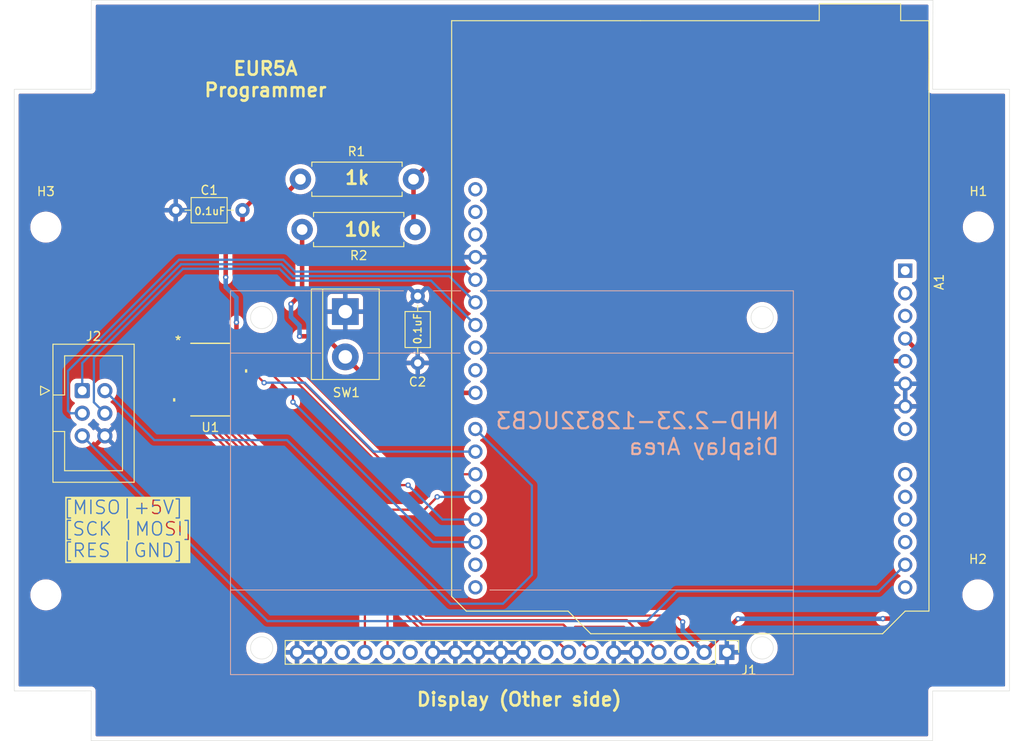
<source format=kicad_pcb>
(kicad_pcb (version 20240108) (generator "pcbnew") (generator_version "8.0")
  (layers (0 "F.Cu" signal) (31 "B.Cu" signal) (34 "B.Paste" user) (35 "F.Paste" user) (36 "B.SilkS" user "B.Silkscreen") (37 "F.SilkS" user "F.Silkscreen") (38 "B.Mask" user) (39 "F.Mask" user) (44 "Edge.Cuts" user))
  (net 0 "")
  (net 1 "GND")
  (net 4 "D{slash}C_H")
  (net 5 "START_BUTTON")
  (net 10 "SCLK_H")
  (net 12 "COMM_RST")
  (net 13 "{slash}RES_H")
  (net 14 "DUT_PWR")
  (net 15 "+5V")
  (net 16 "SPI_MISO")
  (net 17 "SDIN_H")
  (net 18 "+3.3V")
  (net 23 "{slash}CS_H")
  (net 28 "SPI_SCK")
  (net 29 "SPI_MOSI")
  (net 31 "Net-(U1-EN)")
  (net 33 "SDIN_L")
  (net 34 "SCLK_L")
  (net 35 "{slash}RES_L")
  (net 37 "{slash}CS_L")
  (net 38 "D{slash}C_L")
  (footprint "Resistor_THT:R_Axial_DIN0411_L9.9mm_D3.6mm_P12.70mm_Horizontal" (layer "F.Cu") (at 123.35 78.43 180)
    (property "Reference" "R2" (at 6.35 -2.92 180) (layer "F.SilkS"))
    (property "Value" "10k")
    (fp_line (start 11.42 1.92) (end 11.42 1.44) (stroke (width 0.12)) (layer "F.SilkS"))
    (fp_line (start 11.42 -1.92) (end 11.42 -1.44) (stroke (width 0.12)) (layer "F.SilkS"))
    (fp_line (start 1.28 1.92) (end 11.42 1.92) (stroke (width 0.12)) (layer "F.SilkS"))
    (fp_line (start 1.28 1.44) (end 1.28 1.92) (stroke (width 0.12)) (layer "F.SilkS"))
    (fp_line (start 1.28 -1.44) (end 1.28 -1.92) (stroke (width 0.12)) (layer "F.SilkS"))
    (fp_line (start 1.28 -1.92) (end 11.42 -1.92) (stroke (width 0.12)) (layer "F.SilkS"))
    (pad "1" thru_hole circle (at 0 0 180) (size 2.4 2.4) (drill 1.2) (layers "*.Cu" "*.Mask") (net 15 "+5V"))
    (pad "2" thru_hole oval (at 12.7 0 180) (size 2.4 2.4) (drill 1.2) (layers "*.Cu" "*.Mask") (net 5 "START_BUTTON"))
  )
  (footprint "TerminalBlock:TerminalBlock_bornier-2_P5.08mm" (layer "F.Cu") (at 115.5 87.65 -90)
    (property "Reference" "SW1" (at 9.089999 -0.120001 180) (layer "F.SilkS"))
    (property "Value" "Button")
    (fp_line (start -2.54 3.81) (end 7.62 3.81) (stroke (width 0.12)) (layer "F.SilkS"))
    (fp_line (start 7.62 3.81) (end 7.62 -3.81) (stroke (width 0.12)) (layer "F.SilkS"))
    (fp_line (start 7.62 2.54) (end -2.54 2.54) (stroke (width 0.12)) (layer "F.SilkS"))
    (fp_line (start -2.54 -3.81) (end -2.54 3.81) (stroke (width 0.12)) (layer "F.SilkS"))
    (fp_line (start 7.62 -3.81) (end -2.54 -3.81) (stroke (width 0.12)) (layer "F.SilkS"))
    (pad "1" thru_hole rect (at 0 0 270) (size 3 3) (drill 1.52) (layers "*.Cu" "*.Mask") (net 1 "GND"))
    (pad "2" thru_hole circle (at 5.08 0 270) (size 3 3) (drill 1.52) (layers "*.Cu" "*.Mask") (net 5 "START_BUTTON"))
  )
  (footprint "MountingHole:MountingHole_3mm" (layer "F.Cu") (at 186.533588 119.451312)
    (property "Reference" "H2" (at 0 -4 0) (layer "F.SilkS"))
    (property "Value" "MountingHole")
    (pad "" np_thru_hole circle (at 0 0) (size 3 3) (drill 3) (layers "*.Cu" "*.Mask"))
  )
  (footprint "Display_Mounting_Hole:Display_Mounting_Hole" (layer "F.Cu") (at 106.11 125.41)
    (property "Reference" "H8" (hide yes))
    (property "Value" "Display Mounting")
    (fp_circle (center 0 0) (end 0 -1.25) (stroke (width 0.05)) (fill none) (layer "Edge.Cuts"))
  )
  (footprint "Connector_PinHeader_2.54mm:PinHeader_1x20_P2.54mm_Vertical" (layer "F.Cu") (at 158.34 125.91 -90)
    (property "Reference" "J1" (at 2 -2.48 180) (layer "F.SilkS"))
    (property "Value" "NHD-2.23-12832UCB3")
    (fp_line (start -1.33 49.59) (end 1.33 49.59) (stroke (width 0.12)) (layer "F.SilkS"))
    (fp_line (start -1.33 1.27) (end -1.33 49.59) (stroke (width 0.12)) (layer "F.SilkS"))
    (fp_line (start -1.33 1.27) (end 1.33 1.27) (stroke (width 0.12)) (layer "F.SilkS"))
    (fp_line (start 1.33 1.27) (end 1.33 49.59) (stroke (width 0.12)) (layer "F.SilkS"))
    (fp_line (start -1.33 0) (end -1.33 -1.33) (stroke (width 0.12)) (layer "F.SilkS"))
    (fp_line (start -1.33 -1.33) (end 0 -1.33) (stroke (width 0.12)) (layer "F.SilkS"))
    (pad "1" thru_hole rect (at 0 0 270) (size 1.7 1.7) (drill 1) (layers "*.Cu" "*.Mask") (net 1 "GND"))
    (pad "2" thru_hole oval (at 0 2.54 270) (size 1.7 1.7) (drill 1) (layers "*.Cu" "*.Mask") (net 18 "+3.3V"))
    (pad "3" thru_hole oval (at 0 5.08 270) (size 1.7 1.7) (drill 1) (layers "*.Cu" "*.Mask"))
    (pad "4" thru_hole oval (at 0 7.62 270) (size 1.7 1.7) (drill 1) (layers "*.Cu" "*.Mask") (net 38 "D{slash}C_L"))
    (pad "5" thru_hole oval (at 0 10.16 270) (size 1.7 1.7) (drill 1) (layers "*.Cu" "*.Mask") (net 1 "GND"))
    (pad "6" thru_hole oval (at 0 12.7 270) (size 1.7 1.7) (drill 1) (layers "*.Cu" "*.Mask") (net 1 "GND"))
    (pad "7" thru_hole oval (at 0 15.24 270) (size 1.7 1.7) (drill 1) (layers "*.Cu" "*.Mask") (net 34 "SCLK_L"))
    (pad "8" thru_hole oval (at 0 17.78 270) (size 1.7 1.7) (drill 1) (layers "*.Cu" "*.Mask") (net 33 "SDIN_L"))
    (pad "9" thru_hole oval (at 0 20.32 270) (size 1.7 1.7) (drill 1) (layers "*.Cu" "*.Mask"))
    (pad "10" thru_hole oval (at 0 22.86 270) (size 1.7 1.7) (drill 1) (layers "*.Cu" "*.Mask") (net 1 "GND"))
    (pad "11" thru_hole oval (at 0 25.4 270) (size 1.7 1.7) (drill 1) (layers "*.Cu" "*.Mask") (net 1 "GND"))
    (pad "12" thru_hole oval (at 0 27.94 270) (size 1.7 1.7) (drill 1) (layers "*.Cu" "*.Mask") (net 1 "GND"))
    (pad "13" thru_hole oval (at 0 30.48 270) (size 1.7 1.7) (drill 1) (layers "*.Cu" "*.Mask") (net 1 "GND"))
    (pad "14" thru_hole oval (at 0 33.02 270) (size 1.7 1.7) (drill 1) (layers "*.Cu" "*.Mask") (net 1 "GND"))
    (pad "15" thru_hole oval (at 0 35.56 270) (size 1.7 1.7) (drill 1) (layers "*.Cu" "*.Mask"))
    (pad "16" thru_hole oval (at 0 38.1 270) (size 1.7 1.7) (drill 1) (layers "*.Cu" "*.Mask") (net 35 "{slash}RES_L"))
    (pad "17" thru_hole oval (at 0 40.64 270) (size 1.7 1.7) (drill 1) (layers "*.Cu" "*.Mask") (net 37 "{slash}CS_L"))
    (pad "18" thru_hole oval (at 0 43.18 270) (size 1.7 1.7) (drill 1) (layers "*.Cu" "*.Mask"))
    (pad "19" thru_hole oval (at 0 45.72 270) (size 1.7 1.7) (drill 1) (layers "*.Cu" "*.Mask") (net 1 "GND"))
    (pad "20" thru_hole oval (at 0 48.26 270) (size 1.7 1.7) (drill 1) (layers "*.Cu" "*.Mask") (net 1 "GND"))
  )
  (footprint "Connector_IDC:IDC-Header_2x03_P2.54mm_Vertical" (layer "F.Cu") (at 85.96 96.52)
    (property "Reference" "J2" (at 1.27 -6.1 0) (layer "F.SilkS"))
    (property "Value" "Programming Header")
    (fp_line (start -4.68 -0.5) (end -4.68 0.5) (stroke (width 0.12)) (layer "F.SilkS"))
    (fp_line (start -4.68 0.5) (end -3.68 0) (stroke (width 0.12)) (layer "F.SilkS"))
    (fp_line (start -3.68 0) (end -4.68 -0.5) (stroke (width 0.12)) (layer "F.SilkS"))
    (fp_line (start -3.29 -5.21) (end 5.83 -5.21) (stroke (width 0.12)) (layer "F.SilkS"))
    (fp_line (start -3.29 0.49) (end -1.98 0.49) (stroke (width 0.12)) (layer "F.SilkS"))
    (fp_line (start -3.29 10.29) (end -3.29 -5.21) (stroke (width 0.12)) (layer "F.SilkS"))
    (fp_line (start -1.98 -3.91) (end 4.52 -3.91) (stroke (width 0.12)) (layer "F.SilkS"))
    (fp_line (start -1.98 0.49) (end -1.98 -3.91) (stroke (width 0.12)) (layer "F.SilkS"))
    (fp_line (start -1.98 4.59) (end -3.29 4.59) (stroke (width 0.12)) (layer "F.SilkS"))
    (fp_line (start -1.98 4.59) (end -1.98 4.59) (stroke (width 0.12)) (layer "F.SilkS"))
    (fp_line (start -1.98 8.99) (end -1.98 4.59) (stroke (width 0.12)) (layer "F.SilkS"))
    (fp_line (start 4.52 -3.91) (end 4.52 8.99) (stroke (width 0.12)) (layer "F.SilkS"))
    (fp_line (start 4.52 8.99) (end -1.98 8.99) (stroke (width 0.12)) (layer "F.SilkS"))
    (fp_line (start 5.83 -5.21) (end 5.83 10.29) (stroke (width 0.12)) (layer "F.SilkS"))
    (fp_line (start 5.83 10.29) (end -3.29 10.29) (stroke (width 0.12)) (layer "F.SilkS"))
    (pad "1" thru_hole roundrect (at 0 0) (size 1.7 1.7) (drill 1) (layers "*.Cu" "*.Mask") (roundrect_rratio 0.147059) (net 16 "SPI_MISO"))
    (pad "2" thru_hole circle (at 2.54 0) (size 1.7 1.7) (drill 1) (layers "*.Cu" "*.Mask") (net 14 "DUT_PWR"))
    (pad "3" thru_hole circle (at 0 2.54) (size 1.7 1.7) (drill 1) (layers "*.Cu" "*.Mask") (net 28 "SPI_SCK"))
    (pad "4" thru_hole circle (at 2.54 2.54) (size 1.7 1.7) (drill 1) (layers "*.Cu" "*.Mask") (net 29 "SPI_MOSI"))
    (pad "5" thru_hole circle (at 0 5.08) (size 1.7 1.7) (drill 1) (layers "*.Cu" "*.Mask") (net 12 "COMM_RST"))
    (pad "6" thru_hole circle (at 2.54 5.08) (size 1.7 1.7) (drill 1) (layers "*.Cu" "*.Mask") (net 1 "GND"))
  )
  (footprint "Display_Mounting_Hole:Display_Mounting_Hole" (layer "F.Cu") (at 162.31 125.41)
    (property "Reference" "H6" (hide yes))
    (property "Value" "Display Mounting")
    (fp_circle (center 0 0) (end 0 -1.25) (stroke (width 0.05)) (fill none) (layer "Edge.Cuts"))
  )
  (footprint "Display_Mounting_Hole:Display_Mounting_Hole" (layer "F.Cu") (at 106.11 88.31)
    (property "Reference" "H7" (hide yes))
    (property "Value" "Display Mounting")
    (fp_circle (center 0 0) (end 0 -1.25) (stroke (width 0.05)) (fill none) (layer "Edge.Cuts"))
  )
  (footprint "MountingHole:MountingHole_3mm" (layer "F.Cu") (at 186.583588 78.141312)
    (property "Reference" "H1" (at 0 -4 0) (layer "F.SilkS"))
    (property "Value" "MountingHole")
    (pad "" np_thru_hole circle (at 0 0) (size 3 3) (drill 3) (layers "*.Cu" "*.Mask"))
  )
  (footprint "MountingHole:MountingHole_3mm" (layer "F.Cu") (at 81.873588 78.161312)
    (property "Reference" "H3" (at 0 -4 0) (layer "F.SilkS"))
    (property "Value" "MountingHole")
    (pad "" np_thru_hole circle (at 0 0) (size 3 3) (drill 3) (layers "*.Cu" "*.Mask"))
  )
  (footprint "Capacitor_THT:C_Axial_L3.8mm_D2.6mm_P7.50mm_Horizontal" (layer "F.Cu") (at 123.63 85.91 -90)
    (property "Reference" "C2" (at 9.63 0.02 180) (layer "F.SilkS"))
    (property "Value" "0.1uF")
    (fp_line (start 1.73 1.42) (end 5.77 1.42) (stroke (width 0.12)) (layer "F.SilkS"))
    (fp_line (start 5.77 1.42) (end 5.77 -1.42) (stroke (width 0.12)) (layer "F.SilkS"))
    (fp_line (start 1.04 0) (end 1.73 0) (stroke (width 0.12)) (layer "F.SilkS"))
    (fp_line (start 6.46 0) (end 5.77 0) (stroke (width 0.12)) (layer "F.SilkS"))
    (fp_line (start 1.73 -1.42) (end 1.73 1.42) (stroke (width 0.12)) (layer "F.SilkS"))
    (fp_line (start 5.77 -1.42) (end 1.73 -1.42) (stroke (width 0.12)) (layer "F.SilkS"))
    (pad "1" thru_hole circle (at 0 0 270) (size 1.6 1.6) (drill 0.8) (layers "*.Cu" "*.Mask") (net 1 "GND"))
    (pad "2" thru_hole oval (at 7.5 0 270) (size 1.6 1.6) (drill 0.8) (layers "*.Cu" "*.Mask") (net 1 "GND"))
  )
  (footprint "Capacitor_THT:C_Axial_L3.8mm_D2.6mm_P7.50mm_Horizontal" (layer "F.Cu") (at 103.96 76.26 180)
    (property "Reference" "C1" (at 3.75 2.25 180) (layer "F.SilkS"))
    (property "Value" "0.1uF")
    (fp_line (start 6.46 0) (end 5.77 0) (stroke (width 0.12)) (layer "F.SilkS"))
    (fp_line (start 5.77 1.42) (end 5.77 -1.42) (stroke (width 0.12)) (layer "F.SilkS"))
    (fp_line (start 5.77 -1.42) (end 1.73 -1.42) (stroke (width 0.12)) (layer "F.SilkS"))
    (fp_line (start 1.73 1.42) (end 5.77 1.42) (stroke (width 0.12)) (layer "F.SilkS"))
    (fp_line (start 1.73 -1.42) (end 1.73 1.42) (stroke (width 0.12)) (layer "F.SilkS"))
    (fp_line (start 1.04 0) (end 1.73 0) (stroke (width 0.12)) (layer "F.SilkS"))
    (pad "1" thru_hole circle (at 0 0 180) (size 1.6 1.6) (drill 0.8) (layers "*.Cu" "*.Mask") (net 31 "Net-(U1-EN)"))
    (pad "2" thru_hole oval (at 7.5 0 180) (size 1.6 1.6) (drill 0.8) (layers "*.Cu" "*.Mask") (net 1 "GND"))
  )
  (footprint "MountingHole:MountingHole_3mm" (layer "F.Cu") (at 81.873588 119.451312)
    (property "Reference" "H4" (hide yes))
    (property "Value" "MountingHole")
    (pad "" np_thru_hole circle (at 0 0) (size 3 3) (drill 3) (layers "*.Cu" "*.Mask"))
  )
  (footprint "Resistor_THT:R_Axial_DIN0411_L9.9mm_D3.6mm_P12.70mm_Horizontal" (layer "F.Cu") (at 123.16 72.78 180)
    (property "Reference" "R1" (at 6.41 3.11 180) (layer "F.SilkS"))
    (property "Value" "1k")
    (fp_line (start 11.42 1.92) (end 11.42 1.44) (stroke (width 0.12)) (layer "F.SilkS"))
    (fp_line (start 11.42 -1.92) (end 11.42 -1.44) (stroke (width 0.12)) (layer "F.SilkS"))
    (fp_line (start 1.28 1.92) (end 11.42 1.92) (stroke (width 0.12)) (layer "F.SilkS"))
    (fp_line (start 1.28 1.44) (end 1.28 1.92) (stroke (width 0.12)) (layer "F.SilkS"))
    (fp_line (start 1.28 -1.44) (end 1.28 -1.92) (stroke (width 0.12)) (layer "F.SilkS"))
    (fp_line (start 1.28 -1.92) (end 11.42 -1.92) (stroke (width 0.12)) (layer "F.SilkS"))
    (pad "1" thru_hole circle (at 0 0 180) (size 2.4 2.4) (drill 1.2) (layers "*.Cu" "*.Mask") (net 15 "+5V"))
    (pad "2" thru_hole oval (at 12.7 0 180) (size 2.4 2.4) (drill 1.2) (layers "*.Cu" "*.Mask") (net 31 "Net-(U1-EN)"))
  )
  (footprint "Display_Mounting_Hole:Display_Mounting_Hole" (layer "F.Cu") (at 162.31 88.31)
    (property "Reference" "H5" (hide yes))
    (property "Value" "Display Mounting")
    (fp_circle (center 0 0) (end 0 -1.25) (stroke (width 0.05)) (fill none) (layer "Edge.Cuts"))
  )
  (footprint "NVT2010PW,118:TSSOP24_SOT355-1_NXP" (layer "F.Cu") (at 100.32275 95.285002)
    (property "Reference" "U1" (at 0.02 5.36 0) (layer "F.SilkS"))
    (property "Value" "NVT2010PW_118")
    (fp_line (start -2.171715 4.0767) (end 2.171715 4.0767) (stroke (width 0.1524)) (layer "F.SilkS"))
    (fp_line (start 2.171715 -4.0767) (end -2.171715 -4.0767) (stroke (width 0.1524)) (layer "F.SilkS"))
    (fp_poly (pts (xy -4.1656 2.084499) (xy -4.1656 2.465499) (xy -3.9116 2.465499) (xy -3.9116 2.084499)) (fill solid) (layer "F.SilkS"))
    (fp_poly (pts (xy 4.1656 -1.165499) (xy 4.1656 -0.784499) (xy 3.9116 -0.784499) (xy 3.9116 -1.165499)) (fill solid) (layer "F.SilkS"))
    (fp_text user "*" (at -3.59725 -4.375001 0) (layer "F.SilkS"))
    (pad "1" smd rect (at -2.95275 -3.574999) (size 1.4097 0.3556) (layers "F.Cu" "F.Paste" "F.Mask") (net 1 "GND"))
    (pad "2" smd rect (at -2.95275 -2.925) (size 1.4097 0.3556) (layers "F.Cu" "F.Paste" "F.Mask") (net 18 "+3.3V"))
    (pad "3" smd rect (at -2.95275 -2.275002) (size 1.4097 0.3556) (layers "F.Cu" "F.Paste" "F.Mask") (net 38 "D{slash}C_L"))
    (pad "4" smd rect (at -2.95275 -1.625001) (size 1.4097 0.3556) (layers "F.Cu" "F.Paste" "F.Mask") (net 34 "SCLK_L"))
    (pad "5" smd rect (at -2.95275 -0.975002) (size 1.4097 0.3556) (layers "F.Cu" "F.Paste" "F.Mask") (net 33 "SDIN_L"))
    (pad "6" smd rect (at -2.95275 -0.325001) (size 1.4097 0.3556) (layers "F.Cu" "F.Paste" "F.Mask") (net 35 "{slash}RES_L"))
    (pad "7" smd rect (at -2.95275 0.324998) (size 1.4097 0.3556) (layers "F.Cu" "F.Paste" "F.Mask") (net 37 "{slash}CS_L"))
    (pad "8" smd rect (at -2.95275 0.974999) (size 1.4097 0.3556) (layers "F.Cu" "F.Paste" "F.Mask"))
    (pad "9" smd rect (at -2.95275 1.624998) (size 1.4097 0.3556) (layers "F.Cu" "F.Paste" "F.Mask"))
    (pad "10" smd rect (at -2.95275 2.274999) (size 1.4097 0.3556) (layers "F.Cu" "F.Paste" "F.Mask"))
    (pad "11" smd rect (at -2.95275 2.924998) (size 1.4097 0.3556) (layers "F.Cu" "F.Paste" "F.Mask"))
    (pad "12" smd rect (at -2.95275 3.574999) (size 1.4097 0.3556) (layers "F.Cu" "F.Paste" "F.Mask"))
    (pad "13" smd rect (at 2.95275 3.574999) (size 1.4097 0.3556) (layers "F.Cu" "F.Paste" "F.Mask"))
    (pad "14" smd rect (at 2.95275 2.925) (size 1.4097 0.3556) (layers "F.Cu" "F.Paste" "F.Mask"))
    (pad "15" smd rect (at 2.95275 2.274999) (size 1.4097 0.3556) (layers "F.Cu" "F.Paste" "F.Mask"))
    (pad "16" smd rect (at 2.95275 1.625001) (size 1.4097 0.3556) (layers "F.Cu" "F.Paste" "F.Mask"))
    (pad "17" smd rect (at 2.95275 0.974999) (size 1.4097 0.3556) (layers "F.Cu" "F.Paste" "F.Mask"))
    (pad "18" smd rect (at 2.95275 0.325001) (size 1.4097 0.3556) (layers "F.Cu" "F.Paste" "F.Mask") (net 23 "{slash}CS_H"))
    (pad "19" smd rect (at 2.95275 -0.324998) (size 1.4097 0.3556) (layers "F.Cu" "F.Paste" "F.Mask") (net 13 "{slash}RES_H"))
    (pad "20" smd rect (at 2.95275 -0.974999) (size 1.4097 0.3556) (layers "F.Cu" "F.Paste" "F.Mask") (net 17 "SDIN_H"))
    (pad "21" smd rect (at 2.95275 -1.624998) (size 1.4097 0.3556) (layers "F.Cu" "F.Paste" "F.Mask") (net 10 "SCLK_H"))
    (pad "22" smd rect (at 2.95275 -2.274999) (size 1.4097 0.3556) (layers "F.Cu" "F.Paste" "F.Mask") (net 4 "D{slash}C_H"))
    (pad "23" smd rect (at 2.95275 -2.924998) (size 1.4097 0.3556) (layers "F.Cu" "F.Paste" "F.Mask") (net 31 "Net-(U1-EN)"))
    (pad "24" smd rect (at 2.95275 -3.574999) (size 1.4097 0.3556) (layers "F.Cu" "F.Paste" "F.Mask") (net 31 "Net-(U1-EN)"))
  )
  (footprint "Module:Arduino_UNO_R3" (layer "F.Cu") (at 178.37 83.05 -90)
    (property "Reference" "A1" (at 1.27 -3.81 90) (layer "F.SilkS"))
    (property "Value" "Arduino_UNO_R3")
    (fp_line (start -28.07 50.93) (end 36.58 50.93) (stroke (width 0.12)) (layer "F.SilkS"))
    (fp_line (start 36.58 50.93) (end 38.23 49.28) (stroke (width 0.12)) (layer "F.SilkS"))
    (fp_line (start 38.23 49.28) (end 38.23 37.85) (stroke (width 0.12)) (layer "F.SilkS"))
    (fp_line (start 38.23 37.85) (end 40.77 35.31) (stroke (width 0.12)) (layer "F.SilkS"))
    (fp_line (start 40.77 35.31) (end 40.77 2.54) (stroke (width 0.12)) (layer "F.SilkS"))
    (fp_line (start -28.07 29.72) (end -28.07 50.93) (stroke (width 0.12)) (layer "F.SilkS"))
    (fp_line (start -29.97 9.65) (end -28.07 9.65) (stroke (width 0.12)) (layer "F.SilkS"))
    (fp_line (start -28.07 9.65) (end -28.07 29.72) (stroke (width 0.12)) (layer "F.SilkS"))
    (fp_line (start 40.77 2.54) (end 38.23 0) (stroke (width 0.12)) (layer "F.SilkS"))
    (fp_line (start -29.97 0.51) (end -29.97 9.65) (stroke (width 0.12)) (layer "F.SilkS"))
    (fp_line (start -28.07 0.51) (end -29.97 0.51) (stroke (width 0.12)) (layer "F.SilkS"))
    (fp_line (start 38.23 0) (end 38.23 -2.67) (stroke (width 0.12)) (layer "F.SilkS"))
    (fp_line (start -28.07 -2.67) (end -28.07 0.51) (stroke (width 0.12)) (layer "F.SilkS"))
    (fp_line (start 38.23 -2.67) (end -28.07 -2.67) (stroke (width 0.12)) (layer "F.SilkS"))
    (pad "1" thru_hole rect (at 0 0) (size 1.6 1.6) (drill 1) (layers "*.Cu" "*.Mask"))
    (pad "2" thru_hole oval (at 2.54 0) (size 1.6 1.6) (drill 1) (layers "*.Cu" "*.Mask"))
    (pad "3" thru_hole oval (at 5.08 0) (size 1.6 1.6) (drill 1) (layers "*.Cu" "*.Mask"))
    (pad "4" thru_hole oval (at 7.62 0) (size 1.6 1.6) (drill 1) (layers "*.Cu" "*.Mask") (net 18 "+3.3V"))
    (pad "5" thru_hole oval (at 10.16 0) (size 1.6 1.6) (drill 1) (layers "*.Cu" "*.Mask") (net 15 "+5V"))
    (pad "6" thru_hole oval (at 12.7 0) (size 1.6 1.6) (drill 1) (layers "*.Cu" "*.Mask") (net 1 "GND"))
    (pad "7" thru_hole oval (at 15.24 0) (size 1.6 1.6) (drill 1) (layers "*.Cu" "*.Mask") (net 1 "GND"))
    (pad "8" thru_hole oval (at 17.78 0) (size 1.6 1.6) (drill 1) (layers "*.Cu" "*.Mask"))
    (pad "9" thru_hole oval (at 22.86 0) (size 1.6 1.6) (drill 1) (layers "*.Cu" "*.Mask"))
    (pad "10" thru_hole oval (at 25.4 0) (size 1.6 1.6) (drill 1) (layers "*.Cu" "*.Mask"))
    (pad "11" thru_hole oval (at 27.94 0) (size 1.6 1.6) (drill 1) (layers "*.Cu" "*.Mask"))
    (pad "12" thru_hole oval (at 30.48 0) (size 1.6 1.6) (drill 1) (layers "*.Cu" "*.Mask"))
    (pad "13" thru_hole oval (at 33.02 0) (size 1.6 1.6) (drill 1) (layers "*.Cu" "*.Mask") (net 12 "COMM_RST"))
    (pad "14" thru_hole oval (at 35.56 0) (size 1.6 1.6) (drill 1) (layers "*.Cu" "*.Mask"))
    (pad "15" thru_hole oval (at 35.56 48.26) (size 1.6 1.6) (drill 1) (layers "*.Cu" "*.Mask"))
    (pad "16" thru_hole oval (at 33.02 48.26) (size 1.6 1.6) (drill 1) (layers "*.Cu" "*.Mask"))
    (pad "17" thru_hole oval (at 30.48 48.26) (size 1.6 1.6) (drill 1) (layers "*.Cu" "*.Mask") (net 17 "SDIN_H"))
    (pad "18" thru_hole oval (at 27.94 48.26) (size 1.6 1.6) (drill 1) (layers "*.Cu" "*.Mask") (net 10 "SCLK_H"))
    (pad "19" thru_hole oval (at 25.4 48.26) (size 1.6 1.6) (drill 1) (layers "*.Cu" "*.Mask") (net 23 "{slash}CS_H"))
    (pad "20" thru_hole oval (at 22.86 48.26) (size 1.6 1.6) (drill 1) (layers "*.Cu" "*.Mask") (net 4 "D{slash}C_H"))
    (pad "21" thru_hole oval (at 20.32 48.26) (size 1.6 1.6) (drill 1) (layers "*.Cu" "*.Mask") (net 13 "{slash}RES_H"))
    (pad "22" thru_hole oval (at 17.78 48.26) (size 1.6 1.6) (drill 1) (layers "*.Cu" "*.Mask") (net 14 "DUT_PWR"))
    (pad "23" thru_hole oval (at 13.72 48.26) (size 1.6 1.6) (drill 1) (layers "*.Cu" "*.Mask") (net 5 "START_BUTTON"))
    (pad "24" thru_hole oval (at 11.18 48.26) (size 1.6 1.6) (drill 1) (layers "*.Cu" "*.Mask"))
    (pad "25" thru_hole oval (at 8.64 48.26) (size 1.6 1.6) (drill 1) (layers "*.Cu" "*.Mask"))
    (pad "26" thru_hole oval (at 6.1 48.26) (size 1.6 1.6) (drill 1) (layers "*.Cu" "*.Mask") (net 29 "SPI_MOSI"))
    (pad "27" thru_hole oval (at 3.56 48.26) (size 1.6 1.6) (drill 1) (layers "*.Cu" "*.Mask") (net 16 "SPI_MISO"))
    (pad "28" thru_hole oval (at 1.02 48.26) (size 1.6 1.6) (drill 1) (layers "*.Cu" "*.Mask") (net 28 "SPI_SCK"))
    (pad "29" thru_hole oval (at -1.52 48.26) (size 1.6 1.6) (drill 1) (layers "*.Cu" "*.Mask") (net 1 "GND"))
    (pad "30" thru_hole oval (at -4.06 48.26) (size 1.6 1.6) (drill 1) (layers "*.Cu" "*.Mask"))
    (pad "31" thru_hole oval (at -6.6 48.26) (size 1.6 1.6) (drill 1) (layers "*.Cu" "*.Mask"))
    (pad "32" thru_hole oval (at -9.14 48.26) (size 1.6 1.6) (drill 1) (layers "*.Cu" "*.Mask"))
  )
  (gr_line (start 102.61 118.91) (end 102.61 128.41) (stroke (width 0.1)) (layer "B.SilkS"))
  (gr_line (start 122.92 92.31) (end 128.39 92.31) (stroke (width 0.1)) (layer "B.SilkS"))
  (gr_line (start 102.61 92.31) (end 102.61 118.91) (stroke (width 0.1)) (layer "B.SilkS"))
  (gr_line (start 165.81 128.41) (end 165.81 118.91) (stroke (width 0.1)) (layer "B.SilkS"))
  (gr_line (start 128.46 85.31) (end 125.41 85.31) (stroke (width 0.1)) (layer "B.SilkS"))
  (gr_line (start 119.37 85.31) (end 114.68 85.31) (stroke (width 0.1)) (layer "B.SilkS"))
  (gr_line (start 118.01 92.31) (end 119.26 92.31) (stroke (width 0.1)) (layer "B.SilkS"))
  (gr_line (start 131.66 92.31) (end 165.81 92.31) (stroke (width 0.1)) (layer "B.SilkS"))
  (gr_line (start 128.5 118.91) (end 102.61 118.91) (stroke (width 0.1)) (layer "B.SilkS"))
  (gr_line (start 102.61 92.31) (end 112.76 92.31) (stroke (width 0.1)) (layer "B.SilkS"))
  (gr_line (start 119.26 92.31) (end 122.92 92.31) (stroke (width 0.1)) (layer "B.SilkS"))
  (gr_line (start 102.61 85.31) (end 102.61 92.31) (stroke (width 0.1)) (layer "B.SilkS"))
  (gr_line (start 111.08 85.31) (end 102.61 85.31) (stroke (width 0.1)) (layer "B.SilkS"))
  (gr_line (start 165.81 85.31) (end 131.52 85.31) (stroke (width 0.1)) (layer "B.SilkS"))
  (gr_line (start 111.08 85.31) (end 114.68 85.31) (stroke (width 0.1)) (layer "B.SilkS"))
  (gr_line (start 165.81 92.31) (end 165.81 85.31) (stroke (width 0.1)) (layer "B.SilkS"))
  (gr_line (start 119.37 85.31) (end 122.03 85.31) (stroke (width 0.1)) (layer "B.SilkS"))
  (gr_line (start 165.81 118.91) (end 165.81 92.31) (stroke (width 0.1)) (layer "B.SilkS"))
  (gr_line (start 165.81 118.91) (end 131.73 118.91) (stroke (width 0.1)) (layer "B.SilkS"))
  (gr_line (start 102.61 128.41) (end 165.81 128.41) (stroke (width 0.1)) (layer "B.SilkS"))
  (gr_poly (pts (xy 181.488291 52.680987) (xy 181.4465 62.681) (xy 190.082491 62.680987) (xy 190.0825 130.245) (xy 181.446491 130.244987) (xy 181.446501 135.832987) (xy 86.958491 135.833001) (xy 86.967 130.2365) (xy 78.3225 130.245) (xy 78.3225 62.681) (xy 86.9585 62.681) (xy 86.988291 52.680987)) (stroke (width 0.05)) (fill none) (layer "Edge.Cuts"))
  (gr_text "NHD-2.23-12832UCB3\nDisplay Area" (at 164.36 103.87 0) (layer "B.SilkS") (effects (font (size 1.8 1.8) (thickness 0.25) (bold yes)) (justify left bottom mirror)))
  (gr_text "10k" (at 115.24 79.3 0) (layer "F.SilkS") (effects (font (size 1.5 1.5) (thickness 0.3) (bold yes)) (justify left bottom)))
  (gr_text "0.1uF" (at 124.11 91.41 90) (layer "F.SilkS") (effects (font (size 0.8382 0.8382) (thickness 0.1524) (bold yes)) (justify left bottom)))
  (gr_text "[MISO|+5V]\n[SCK |MOSI]\n[RES |GND]\n" (at 83.76 115.34 0) (layer "F.SilkS" knockout) (effects (font (size 1.5 1.5) (thickness 0.1524)) (justify left bottom)))
  (gr_text "1k\n" (at 115.31 73.49 0) (layer "F.SilkS") (effects (font (size 1.5 1.5) (thickness 0.3) (bold yes)) (justify left bottom)))
  (gr_text "0.1uF" (at 98.46 76.86 0) (layer "F.SilkS") (effects (font (size 0.8382 0.8382) (thickness 0.1524) (bold yes)) (justify left bottom)))
  (gr_text "EUR5A\nProgrammer" (at 106.54 63.65 0) (layer "F.SilkS") (effects (font (size 1.5 1.5) (thickness 0.3) (bold yes)) (justify bottom)))
  (gr_text "Display (Other side)\n" (at 123.36 132.07 0) (layer "F.SilkS") (effects (font (size 1.5 1.5) (thickness 0.3) (bold yes)) (justify left bottom)))
  (segment (start 121.096368 105.91) (end 130.11 105.91) (width 0.254) (layer "F.Cu") (net 4))
  (segment (start 103.2755 93.010003) (end 108.196371 93.010003) (width 0.254) (layer "F.Cu") (net 4))
  (segment (start 108.196371 93.010003) (end 121.096368 105.91) (width 0.254) (layer "F.Cu") (net 4))
  (segment (start 109.43 86.83) (end 109.4 86.8) (width 0.508) (layer "F.Cu") (net 5))
  (segment (start 115.5 92.73) (end 119.54 96.77) (width 0.508) (layer "F.Cu") (net 5))
  (segment (start 110.65 78.43) (end 110.65 85.55) (width 0.508) (layer "F.Cu") (net 5))
  (segment (start 109.42 86.78) (end 109.4 86.8) (width 0.254) (layer "F.Cu") (net 5))
  (segment (start 109.4 86.8) (end 109.42 86.82) (width 0.254) (layer "F.Cu") (net 5))
  (segment (start 119.54 96.77) (end 130.11 96.77) (width 0.508) (layer "F.Cu") (net 5))
  (segment (start 110.36 90.42) (end 113.19 90.42) (width 0.508) (layer "F.Cu") (net 5))
  (segment (start 110.65 85.55) (end 109.4 86.8) (width 0.508) (layer "F.Cu") (net 5))
  (segment (start 113.19 90.42) (end 115.5 92.73) (width 0.508) (layer "F.Cu") (net 5))
  (via (at 110.36 90.42) (size 0.6) (drill 0.3) (layers "F.Cu" "B.Cu") (net 5))
  (via (at 109.4 86.8) (size 0.6) (drill 0.3) (layers "F.Cu" "B.Cu") (net 5))
  (segment (start 110.36 90.42) (end 110.36 89.22) (width 0.508) (layer "B.Cu") (net 5))
  (segment (start 109.4 88.26) (end 109.4 86.8) (width 0.508) (layer "B.Cu") (net 5))
  (segment (start 110.36 89.22) (end 109.4 88.26) (width 0.508) (layer "B.Cu") (net 5))
  (segment (start 103.2755 93.660004) (end 108.127952 93.660004) (width 0.254) (layer "F.Cu") (net 10))
  (segment (start 121.597948 107.13) (end 122.55 107.13) (width 0.254) (layer "F.Cu") (net 10))
  (segment (start 108.127952 93.660004) (end 121.597948 107.13) (width 0.254) (layer "F.Cu") (net 10))
  (segment (start 122.55 107.13) (end 122.51 107.12) (width 0.254) (layer "F.Cu") (net 10))
  (segment (start 122.51 107.12) (end 122.5 107.12) (width 0.254) (layer "F.Cu") (net 10))
  (via (at 122.55 107.13) (size 0.6) (drill 0.3) (layers "F.Cu" "B.Cu") (net 10))
  (segment (start 126.41 110.99) (end 130.11 110.99) (width 0.254) (layer "B.Cu") (net 10))
  (segment (start 122.55 107.13) (end 126.41 110.99) (width 0.254) (layer "B.Cu") (net 10))
  (segment (start 175.39 119.05) (end 178.37 116.07) (width 0.254) (layer "B.Cu") (net 12))
  (segment (start 106.76 122.4) (end 149.37 122.4) (width 0.254) (layer "B.Cu") (net 12))
  (segment (start 152.72 119.05) (end 175.39 119.05) (width 0.254) (layer "B.Cu") (net 12))
  (segment (start 85.96 101.6) (end 106.76 122.4) (width 0.254) (layer "B.Cu") (net 12))
  (segment (start 149.37 122.4) (end 152.72 119.05) (width 0.254) (layer "B.Cu") (net 12))
  (segment (start 105.710004 94.960004) (end 103.2755 94.960004) (width 0.254) (layer "F.Cu") (net 13))
  (segment (start 106.38 95.63) (end 105.710004 94.960004) (width 0.254) (layer "F.Cu") (net 13))
  (via (at 106.38 95.63) (size 0.6) (drill 0.3) (layers "F.Cu" "B.Cu") (net 13))
  (segment (start 110.95 95.63) (end 106.38 95.63) (width 0.254) (layer "B.Cu") (net 13))
  (segment (start 130.11 103.37) (end 118.69 103.37) (width 0.254) (layer "B.Cu") (net 13))
  (segment (start 106.38 95.63) (end 106.35 95.66) (width 0.254) (layer "B.Cu") (net 13))
  (segment (start 118.69 103.37) (end 110.95 95.63) (width 0.254) (layer "B.Cu") (net 13))
  (segment (start 136.45 107.17) (end 130.11 100.83) (width 0.254) (layer "B.Cu") (net 14))
  (segment (start 108.94 102.07) (end 127.32 120.45) (width 0.254) (layer "B.Cu") (net 14))
  (segment (start 88.5 96.52) (end 94.05 102.07) (width 0.254) (layer "B.Cu") (net 14))
  (segment (start 94.05 102.07) (end 108.94 102.07) (width 0.254) (layer "B.Cu") (net 14))
  (segment (start 133.2 120.45) (end 136.45 117.2) (width 0.254) (layer "B.Cu") (net 14))
  (segment (start 136.45 117.2) (end 136.45 107.17) (width 0.254) (layer "B.Cu") (net 14))
  (segment (start 127.32 120.45) (end 133.2 120.45) (width 0.254) (layer "B.Cu") (net 14))
  (segment (start 178.37 93.21) (end 160.76 93.21) (width 0.508) (layer "F.Cu") (net 15))
  (segment (start 123.16 72.78) (end 123.16 78.24) (width 0.508) (layer "F.Cu") (net 15))
  (segment (start 123.35 72.97) (end 123.16 72.78) (width 0.508) (layer "F.Cu") (net 15))
  (segment (start 123.16 78.24) (end 123.35 78.43) (width 0.508) (layer "F.Cu") (net 15))
  (segment (start 125.32 70.62) (end 123.16 72.78) (width 0.508) (layer "F.Cu") (net 15))
  (segment (start 138.17 70.62) (end 125.32 70.62) (width 0.508) (layer "F.Cu") (net 15))
  (segment (start 160.76 93.21) (end 138.17 70.62) (width 0.508) (layer "F.Cu") (net 15))
  (segment (start 97.051632 82.332) (end 108.326317 82.332001) (width 0.254) (layer "B.Cu") (net 16))
  (segment (start 85.96 93.423632) (end 97.051632 82.332) (width 0.254) (layer "B.Cu") (net 16))
  (segment (start 109.656316 83.662) (end 127.162 83.662) (width 0.254) (layer "B.Cu") (net 16))
  (segment (start 108.326317 82.332001) (end 109.656316 83.662) (width 0.254) (layer "B.Cu") (net 16))
  (segment (start 85.96 96.52) (end 85.96 93.423632) (width 0.254) (layer "B.Cu") (net 16))
  (segment (start 127.162 83.662) (end 130.11 86.61) (width 0.254) (layer "B.Cu") (net 16))
  (segment (start 109.625 97.035) (end 109.625 97.805) (width 0.254) (layer "F.Cu") (net 17))
  (segment (start 103.2755 94.310003) (end 106.900003 94.310003) (width 0.254) (layer "F.Cu") (net 17))
  (segment (start 106.900003 94.310003) (end 109.625 97.035) (width 0.254) (layer "F.Cu") (net 17))
  (via (at 109.625 97.805) (size 0.6) (drill 0.3) (layers "F.Cu" "B.Cu") (net 17))
  (segment (start 125.35 113.53) (end 130.11 113.53) (width 0.254) (layer "B.Cu") (net 17))
  (segment (start 109.625 97.805) (end 125.35 113.53) (width 0.254) (layer "B.Cu") (net 17))
  (segment (start 159.6 122.14) (end 159.59 122.13) (width 0.508) (layer "F.Cu") (net 18))
  (segment (start 124.552849 121.782) (end 152.662 121.782) (width 0.254) (layer "F.Cu") (net 18))
  (segment (start 159.59 122.13) (end 159.58 122.13) (width 0.508) (layer "F.Cu") (net 18))
  (segment (start 97.37 92.360002) (end 98.822102 92.360002) (width 0.254) (layer "F.Cu") (net 18))
  (segment (start 102.06 95.5979) (end 102.06 99.289151) (width 0.254) (layer "F.Cu") (net 18))
  (segment (start 181.91 119.88) (end 179.66 122.13) (width 0.508) (layer "F.Cu") (net 18))
  (segment (start 178.37 90.67) (end 181.91 94.21) (width 0.508) (layer "F.Cu") (net 18))
  (segment (start 175.86 122.12) (end 179.65 122.12) (width 0.508) (layer "F.Cu") (net 18))
  (segment (start 179.65 122.12) (end 179.66 122.13) (width 0.508) (layer "F.Cu") (net 18))
  (segment (start 98.822102 92.360002) (end 102.06 95.5979) (width 0.254) (layer "F.Cu") (net 18))
  (segment (start 159.61 122.13) (end 159.6 122.14) (width 0.508) (layer "F.Cu") (net 18))
  (segment (start 159.58 122.13) (end 155.8 125.91) (width 0.508) (layer "F.Cu") (net 18))
  (segment (start 102.06 99.289151) (end 124.552849 121.782) (width 0.254) (layer "F.Cu") (net 18))
  (segment (start 152.662 121.782) (end 153.38 122.5) (width 0.254) (layer "F.Cu") (net 18))
  (segment (start 181.91 94.21) (end 181.91 119.88) (width 0.508) (layer "F.Cu") (net 18))
  (via (at 159.6 122.14) (size 0.6) (drill 0.3) (layers "F.Cu" "B.Cu") (net 18))
  (via (at 153.38 122.5) (size 0.6) (drill 0.3) (layers "F.Cu" "B.Cu") (net 18))
  (via (at 175.86 122.12) (size 0.6) (drill 0.3) (layers "F.Cu" "B.Cu") (net 18))
  (segment (start 175.86 122.12) (end 175.86 122.09) (width 0.508) (layer "B.Cu") (net 18))
  (segment (start 175.81 122.14) (end 175.83 122.12) (width 0.508) (layer "B.Cu") (net 18))
  (segment (start 175.83 122.12) (end 175.86 122.12) (width 0.508) (layer "B.Cu") (net 18))
  (segment (start 153.38 122.5) (end 153.38 122.57) (width 0.508) (layer "B.Cu") (net 18))
  (segment (start 175.86 122.09) (end 175.82 122.13) (width 0.508) (layer "B.Cu") (net 18))
  (segment (start 153.38 123.49) (end 153.38 122.5) (width 0.508) (layer "B.Cu") (net 18))
  (segment (start 159.6 122.14) (end 175.81 122.14) (width 0.508) (layer "B.Cu") (net 18))
  (segment (start 155.8 125.91) (end 153.38 123.49) (width 0.508) (layer "B.Cu") (net 18))
  (segment (start 124.38 109.89) (end 118.77 109.89) (width 0.254) (layer "F.Cu") (net 23))
  (segment (start 104.490003 95.610003) (end 103.2755 95.610003) (width 0.254) (layer "F.Cu") (net 23))
  (segment (start 118.77 109.89) (end 104.490003 95.610003) (width 0.254) (layer "F.Cu") (net 23))
  (segment (start 125.82 108.45) (end 124.38 109.89) (width 0.254) (layer "F.Cu") (net 23))
  (segment (start 125.82 108.45) (end 125.73 108.45) (width 0.254) (layer "F.Cu") (net 23))
  (via (at 125.82 108.45) (size 0.6) (drill 0.3) (layers "F.Cu" "B.Cu") (net 23))
  (segment (start 125.82 108.45) (end 130.11 108.45) (width 0.254) (layer "B.Cu") (net 23))
  (segment (start 129.194001 83.154001) (end 130.11 84.07) (width 0.254) (layer "B.Cu") (net 28))
  (segment (start 84.36 98.79) (end 84.36 94.305212) (width 0.254) (layer "B.Cu") (net 28))
  (segment (start 85.96 99.06) (end 84.63 99.06) (width 0.254) (layer "B.Cu") (net 28))
  (segment (start 109.866736 83.154) (end 129.194001 83.154001) (width 0.254) (layer "B.Cu") (net 28))
  (segment (start 84.63 99.06) (end 84.36 98.79) (width 0.254) (layer "B.Cu") (net 28))
  (segment (start 84.36 94.305212) (end 96.841212 81.824) (width 0.254) (layer "B.Cu") (net 28))
  (segment (start 96.841212 81.824) (end 108.536738 81.824002) (width 0.254) (layer "B.Cu") (net 28))
  (segment (start 108.536738 81.824002) (end 109.866736 83.154) (width 0.254) (layer "B.Cu") (net 28))
  (segment (start 97.262052 82.84) (end 108.115896 82.84) (width 0.254) (layer "B.Cu") (net 29))
  (segment (start 88.5 99.06) (end 87.269 97.829) (width 0.254) (layer "B.Cu") (net 29))
  (segment (start 109.445896 84.17) (end 125.13 84.17) (width 0.254) (layer "B.Cu") (net 29))
  (segment (start 108.115896 82.84) (end 109.445896 84.17) (width 0.254) (layer "B.Cu") (net 29))
  (segment (start 87.269 92.833052) (end 97.262052 82.84) (width 0.254) (layer "B.Cu") (net 29))
  (segment (start 125.13 84.17) (end 130.11 89.15) (width 0.254) (layer "B.Cu") (net 29))
  (segment (start 87.269 97.829) (end 87.269 92.833052) (width 0.254) (layer "B.Cu") (net 29))
  (segment (start 102.07 79.42) (end 103.96 77.53) (width 0.508) (layer "F.Cu") (net 31))
  (segment (start 108.35 74.89) (end 105.33 74.89) (width 0.508) (layer "F.Cu") (net 31))
  (segment (start 103.2755 88.85) (end 103.2755 91.710003) (width 0.508) (layer "F.Cu") (net 31))
  (segment (start 103.96 77.53) (end 103.96 76.26) (width 0.508) (layer "F.Cu") (net 31))
  (segment (start 105.33 74.89) (end 103.96 76.26) (width 0.508) (layer "F.Cu") (net 31))
  (segment (start 103.2755 92.360004) (end 103.2755 91.710003) (width 0.254) (layer "F.Cu") (net 31))
  (segment (start 102.07 83.8) (end 102.07 79.42) (width 0.508) (layer "F.Cu") (net 31))
  (segment (start 110.46 72.78) (end 108.35 74.89) (width 0.508) (layer "F.Cu") (net 31))
  (via (at 102.07 83.8) (size 0.6) (drill 0.3) (layers "F.Cu" "B.Cu") (net 31))
  (via (at 103.2755 88.85) (size 0.6) (drill 0.3) (layers "F.Cu" "B.Cu") (net 31))
  (segment (start 103.2755 88.85) (end 103.2755 86.0855) (width 0.508) (layer "B.Cu") (net 31))
  (segment (start 103.2755 86.0855) (end 102.07 84.88) (width 0.508) (layer "B.Cu") (net 31))
  (segment (start 102.07 84.88) (end 102.07 83.8) (width 0.508) (layer "B.Cu") (net 31))
  (segment (start 100.536 99.920411) (end 123.921588 123.305999) (width 0.254) (layer "F.Cu") (net 33))
  (segment (start 97.37 94.31) (end 98.61684 94.31) (width 0.254) (layer "F.Cu") (net 33))
  (segment (start 100.536 96.22916) (end 100.536 99.920411) (width 0.254) (layer "F.Cu") (net 33))
  (segment (start 98.61684 94.31) (end 100.536 96.22916) (width 0.254) (layer "F.Cu") (net 33))
  (segment (start 137.955999 123.305999) (end 140.56 125.91) (width 0.254) (layer "F.Cu") (net 33))
  (segment (start 123.921588 123.305999) (end 137.955999 123.305999) (width 0.254) (layer "F.Cu") (net 33))
  (segment (start 98.685261 93.660001) (end 97.37 93.660001) (width 0.254) (layer "F.Cu") (net 34))
  (segment (start 101.044 99.709991) (end 101.044 96.01874) (width 0.254) (layer "F.Cu") (net 34))
  (segment (start 124.132008 122.797999) (end 101.044 99.709991) (width 0.254) (layer "F.Cu") (net 34))
  (segment (start 143.1 125.91) (end 139.988 122.798) (width 0.254) (layer "F.Cu") (net 34))
  (segment (start 101.044 96.01874) (end 98.685261 93.660001) (width 0.254) (layer "F.Cu") (net 34))
  (segment (start 139.988 122.798) (end 124.132008 122.797999) (width 0.254) (layer "F.Cu") (net 34))
  (segment (start 98.548421 94.960001) (end 97.37 94.960001) (width 0.254) (layer "F.Cu") (net 35))
  (segment (start 120.24 125.91) (end 120.24 120.342831) (width 0.254) (layer "F.Cu") (net 35))
  (segment (start 100.028 96.43958) (end 98.548421 94.960001) (width 0.254) (layer "F.Cu") (net 35))
  (segment (start 100.028 100.130831) (end 100.028 96.43958) (width 0.254) (layer "F.Cu") (net 35))
  (segment (start 120.24 120.342831) (end 100.028 100.130831) (width 0.254) (layer "F.Cu") (net 35))
  (segment (start 117.7 118.521251) (end 117.7 125.91) (width 0.254) (layer "F.Cu") (net 37))
  (segment (start 97.37 95.61) (end 98.48 95.61) (width 0.254) (layer "F.Cu") (net 37))
  (segment (start 99.52 100.341251) (end 117.7 118.521251) (width 0.254) (layer "F.Cu") (net 37))
  (segment (start 98.48 95.61) (end 99.52 96.65) (width 0.254) (layer "F.Cu") (net 37))
  (segment (start 99.52 96.65) (end 99.52 100.341251) (width 0.254) (layer "F.Cu") (net 37))
  (segment (start 97.37 93.01) (end 98.75368 93.01) (width 0.254) (layer "F.Cu") (net 38))
  (segment (start 101.552 95.80832) (end 101.552 99.499571) (width 0.254) (layer "F.Cu") (net 38))
  (segment (start 147.1 122.29) (end 150.72 125.91) (width 0.254) (layer "F.Cu") (net 38))
  (segment (start 101.552 99.499571) (end 124.342429 122.29) (width 0.254) (layer "F.Cu") (net 38))
  (segment (start 124.342429 122.29) (end 147.1 122.29) (width 0.254) (layer "F.Cu") (net 38))
  (segment (start 98.75368 93.01) (end 101.552 95.80832) (width 0.254) (layer "F.Cu") (net 38))
  (zone (net 1) (net_name "GND") (layers "F&B.Cu") (connect_pads (clearance 0.5)) (min_thickness 0.25) (fill yes (thermal_gap 0.5) (thermal_bridge_width 0.5))
    (polygon (pts (xy 87.28 52.92) (xy 181.31 52.92) (xy 181.32 52.93) (xy 181.32 62.83) (xy 189.96 62.83) (xy 189.99 62.86) (xy 189.99 130.17) (xy 189.97 130.19) (xy 181.37 130.19) (xy 181.37 135.78) (xy 181.36 135.79) (xy 87.01 135.79) (xy 87.01 130.19) (xy 78.37 130.19) (xy 78.37 62.73) (xy 78.38 62.72) (xy 87 62.72) (xy 87.28 62.44)))
  )
)
</source>
